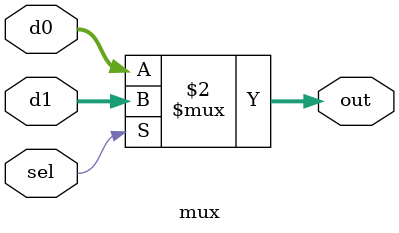
<source format=v>
`timescale 1ns / 1ps


module mux #(parameter WIDTH = 32)(
    input sel,
    input [WIDTH-1:0] d0,
    input [WIDTH-1:0] d1,
    output [WIDTH-1:0] out
    );
	assign out = (sel == 1'b1 ? d1 : d0);
endmodule

</source>
